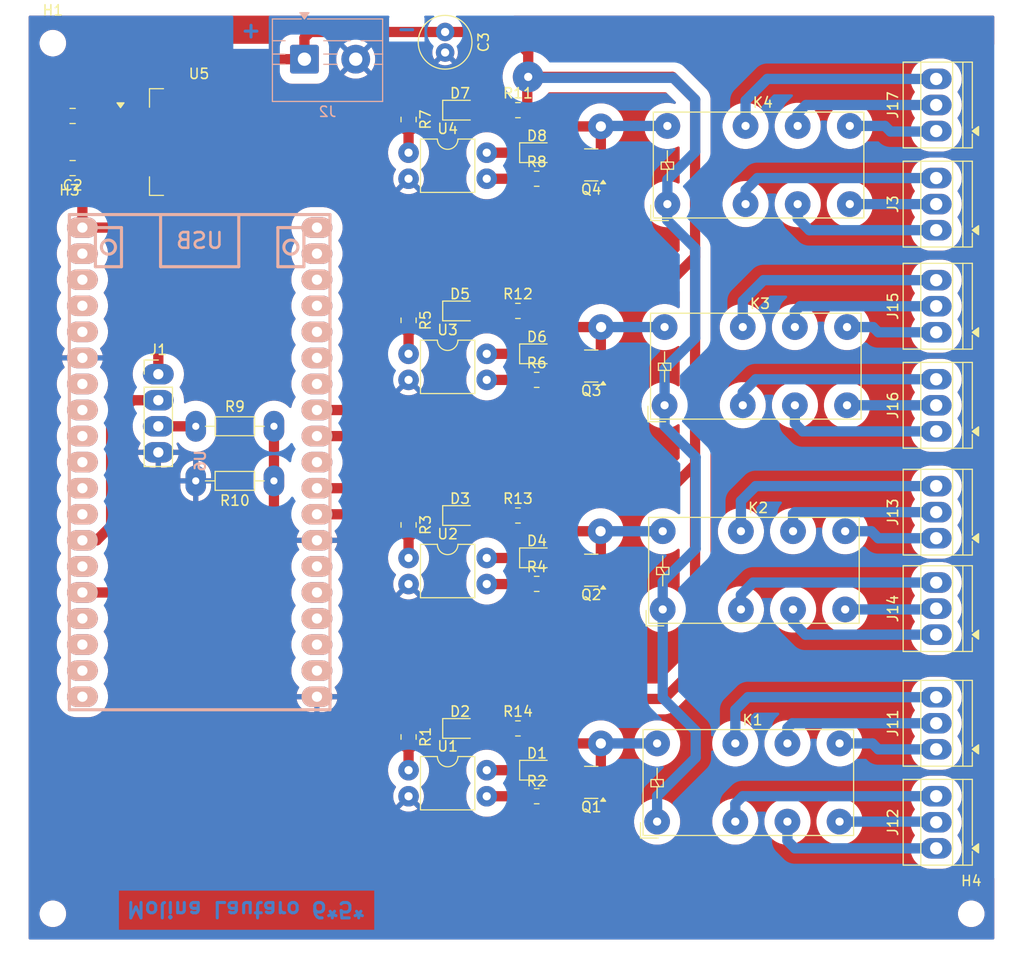
<source format=kicad_pcb>
(kicad_pcb (version 20241229) (generator "pcbnew") (generator_version "9.0")
  (layers (0 "F.Cu" signal) (2 "B.Cu" signal) (13 "F.Paste" user) (15 "B.Paste" user) (5 "F.SilkS" user "F.Silkscreen") (7 "B.SilkS" user "B.Silkscreen") (1 "F.Mask" user) (3 "B.Mask" user) (25 "Edge.Cuts" user))
  (net 0 "")
  (net 1 "Net-(D1-A)")
  (net 2 "Net-(D2-A)")
  (net 3 "GND")
  (net 4 "Net-(D3-A)")
  (net 5 "Net-(D4-A)")
  (net 6 "Net-(D5-A)")
  (net 7 "Net-(D6-A)")
  (net 8 "Net-(D7-A)")
  (net 9 "Net-(D8-A)")
  (net 10 "Net-(Q1-B)")
  (net 11 "Net-(Q2-B)")
  (net 12 "Net-(Q3-B)")
  (net 13 "Net-(Q4-B)")
  (net 14 "Net-(R1-Pad2)")
  (net 15 "Net-(R2-Pad1)")
  (net 16 "Net-(R3-Pad2)")
  (net 17 "Net-(R4-Pad1)")
  (net 18 "Net-(R5-Pad2)")
  (net 19 "Net-(R6-Pad1)")
  (net 20 "Net-(R7-Pad2)")
  (net 21 "Net-(R8-Pad1)")
  (net 22 "+5V")
  (net 23 "+12V")
  (net 24 "NC-1-11")
  (net 25 "NO-2-12")
  (net 26 "NC-2-13")
  (net 27 "CO-2-13")
  (net 28 "NO-2-13")
  (net 29 "NC-1-14")
  (net 30 "NO-1-14")
  (net 31 "CO-1-14")
  (net 32 "NC-2-15")
  (net 33 "CO-2-15")
  (net 34 "NO-2-15")
  (net 35 "NC-1-16")
  (net 36 "NO-1-16")
  (net 37 "CO-1-16")
  (net 38 "NO-2-17")
  (net 39 "NC-2-17")
  (net 40 "CO-2-17")
  (net 41 "NO-1-18")
  (net 42 "CO-1-18")
  (net 43 "NC-1-18")
  (net 44 "NC-2-12")
  (net 45 "CO-2-12")
  (net 46 "DATO K1")
  (net 47 "DATO K2")
  (net 48 "DATO K3")
  (net 49 "DATO K4")
  (net 77 "NO-1-11")
  (net 78 "CO-1-11")
  (net 79 "trig")
  (net 80 "echo")
  (net 81 "D echo")
  (footprint "TerminalBlock:TerminalBlock_Xinya_XY308-2.54-3P_1x03_P2.54mm_Horizontal" (layer "F.Cu") (at 119.18125 165.613 90)
    (property "Reference" "J11")
    (property "Value" "Screw_Terminal_01x03")
  )
  (footprint "Relay_THT:Relay_DPDT_Finder_30.22" (layer "F.Cu") (at 92.5285 151.9775)
    (property "Reference" "K2")
    (property "Value" "HK19F-DCxxV-SHC")
  )
  (footprint "TerminalBlock:TerminalBlock_Xinya_XY308-2.54-3P_1x03_P2.54mm_Horizontal" (layer "F.Cu") (at 119.18125 145.039 90)
    (property "Reference" "J13")
    (property "Value" "Screw_Terminal_01x03")
  )
  (footprint "TerminalBlock:TerminalBlock_Xinya_XY308-2.54-3P_1x03_P2.54mm_Horizontal" (layer "F.Cu") (at 119.18125 154.437 90)
    (property "Reference" "J14")
    (property "Value" "Screw_Terminal_01x03")
  )
  (footprint "Package_TO_SOT_SMD:TO-263-3_TabPin2" (layer "F.Cu") (at 47.335 106.426)
    (property "Reference" "U5")
    (property "Value" "L7805")
  )
  (footprint "Diode_SMD:D_0805_2012Metric" (layer "F.Cu") (at 80.2675 107.465)
    (property "Reference" "D8")
    (property "Value" "D")
  )
  (footprint "Package_DIP:DIP-4_W7.62mm" (layer "F.Cu") (at 67.75875 146.965)
    (property "Reference" "U2")
    (property "Value" "EL817")
  )
  (footprint "Package_TO_SOT_SMD:SOT-23" (layer "F.Cu") (at 85.56125 148.1525 180)
    (property "Reference" "Q2")
    (property "Value" "BF457")
  )
  (footprint "TerminalBlock:TerminalBlock_Xinya_XY308-2.54-3P_1x03_P2.54mm_Horizontal" (layer "F.Cu") (at 119.18125 115.0175 90)
    (property "Reference" "J3")
    (property "Value" "Screw_Terminal_01x03")
  )
  (footprint "Relay_THT:Relay_DPDT_Finder_30.22" (layer "F.Cu") (at 92.98125 112.4775)
    (property "Reference" "K4")
    (property "Value" "HK19F-DCxxV-SHC")
  )
  (footprint "TerminalBlock:TerminalBlock_Xinya_XY308-2.54-3P_1x03_P2.54mm_Horizontal" (layer "F.Cu") (at 119.18125 124.968 90)
    (property "Reference" "J15")
    (property "Value" "Screw_Terminal_01x03")
  )
  (footprint "Capacitor_THT:C_Radial_D5.0mm_H5.0mm_P2.00mm" (layer "F.Cu") (at 71.32 95.7015 -90)
    (property "Reference" "C3")
    (property "Value" "0.1")
  )
  (footprint "TerminalBlock:TerminalBlock_Xinya_XY308-2.54-3P_1x03_P2.54mm_Horizontal" (layer "F.Cu") (at 119.18125 134.625 90)
    (property "Reference" "J16")
    (property "Value" "Screw_Terminal_01x03")
  )
  (footprint "TerminalBlock:TerminalBlock_Xinya_XY308-2.54-3P_1x03_P2.54mm_Horizontal" (layer "F.Cu") (at 119.18125 175.26 90)
    (property "Reference" "J12")
    (property "Value" "Screw_Terminal_01x03")
  )
  (footprint "Capacitor_SMD:C_0805_2012Metric" (layer "F.Cu") (at 35.02 108.966 180)
    (property "Reference" "C2")
    (property "Value" "0.1")
  )
  (footprint "LED_SMD:LED_0805_2012Metric" (layer "F.Cu") (at 72.771 103.32)
    (property "Reference" "D7")
    (property "Value" "LED")
  )
  (footprint "LED_SMD:LED_0805_2012Metric" (layer "F.Cu") (at 72.771 142.8275)
    (property "Reference" "D3")
    (property "Value" "LED")
  )
  (footprint "Resistor_SMD:R_0805_2012Metric" (layer "F.Cu") (at 80.2475 110.005)
    (property "Reference" "R8")
    (property "Value" "510")
  )
  (footprint "MountingHole:MountingHole_2.1mm" (layer "F.Cu") (at 122.6 181.64)
    (property "Reference" "H4")
    (property "Value" "MountingHole")
  )
  (footprint "Diode_SMD:D_0805_2012Metric" (layer "F.Cu") (at 80.2675 127.0675)
    (property "Reference" "D6")
    (property "Value" "D")
  )
  (footprint "Resistor_SMD:R_0805_2012Metric" (layer "F.Cu") (at 80.2475 149.49)
    (property "Reference" "R4")
    (property "Value" "510")
  )
  (footprint "Package_TO_SOT_SMD:SOT-23" (layer "F.Cu") (at 85.56125 108.6525 180)
    (property "Reference" "Q4")
    (property "Value" "BF457")
  )
  (footprint "Package_DIP:DIP-4_W7.62mm" (layer "F.Cu") (at 67.75875 127.0675)
    (property "Reference" "U3")
    (property "Value" "EL817")
  )
  (footprint "LED_SMD:LED_0805_2012Metric" (layer "F.Cu") (at 72.771 163.576)
    (property "Reference" "D2")
    (property "Value" "LED")
  )
  (footprint "Resistor_SMD:R_0805_2012Metric" (layer "F.Cu") (at 67.75875 123.8 -90)
    (property "Reference" "R5")
    (property "Value" "100")
  )
  (footprint "Resistor_THT:R_Axial_DIN0204_L3.6mm_D1.6mm_P7.62mm_Horizontal" (layer "F.Cu") (at 54.638 139.45 180)
    (property "Reference" "R10")
    (property "Value" "2k")
  )
  (footprint "Relay_THT:Relay_DPDT_Finder_30.22" (layer "F.Cu") (at 92.71 132.08)
    (property "Reference" "K3")
    (property "Value" "HK19F-DCxxV-SHC")
  )
  (footprint "TerminalBlock:TerminalBlock_Xinya_XY308-2.54-3P_1x03_P2.54mm_Horizontal" (layer "F.Cu") (at 119.18125 105.3575 90)
    (property "Reference" "J17")
    (property "Value" "Screw_Terminal_01x03" (hide yes))
  )
  (footprint "Resistor_SMD:R_0805_2012Metric" (layer "F.Cu") (at 78.4175 103.32)
    (property "Reference" "R11")
    (property "Value" "1k")
  )
  (footprint "Resistor_SMD:R_0805_2012Metric" (layer "F.Cu") (at 67.75875 104.2325 -90)
    (property "Reference" "R7")
    (property "Value" "100")
  )
  (footprint "Resistor_SMD:R_0805_2012Metric" (layer "F.Cu") (at 78.4175 163.576)
    (property "Reference" "R14")
    (property "Value" "1k")
  )
  (footprint "Resistor_SMD:R_0805_2012Metric" (layer "F.Cu") (at 67.75875 143.74 -90)
    (property "Reference" "R3")
    (property "Value" "100")
  )
  (footprint "LED_SMD:LED_0805_2012Metric" (layer "F.Cu") (at 72.771 122.8875)
    (property "Reference" "D5")
    (property "Value" "LED")
  )
  (footprint "Capacitor_SMD:C_0805_2012Metric" (layer "F.Cu") (at 35.02 103.886 180)
    (property "Reference" "C1" (hide yes))
    (property "Value" "0.33")
  )
  (footprint "Package_TO_SOT_SMD:SOT-23" (layer "F.Cu") (at 85.56125 128.255 180)
    (property "Reference" "Q3")
    (property "Value" "BF457")
  )
  (footprint "Resistor_SMD:R_0805_2012Metric" (layer "F.Cu") (at 80.2475 129.6075)
    (property "Reference" "R6")
    (property "Value" "510")
  )
  (footprint "Resistor_SMD:R_0805_2012Metric" (layer "F.Cu") (at 78.4175 142.8275)
    (property "Reference" "R13")
    (property "Value" "1k")
  )
  (footprint "Diode_SMD:D_0805_2012Metric" (layer "F.Cu") (at 80.2675 146.95)
    (property "Reference" "D4")
    (property "Value" "D")
  )
  (footprint "Resistor_SMD:R_0805_2012Metric" (layer "F.Cu") (at 78.4175 122.8875)
    (property "Reference" "R12")
    (property "Value" "1k")
  )
  (footprint "Resistor_SMD:R_0805_2012Metric" (layer "F.Cu") (at 80.2475 170.185)
    (property "Reference" "R2")
    (property "Value" "510")
  )
  (footprint "Connector_PinHeader_2.54mm:PinHeader_1x04_P2.54mm_Vertical" (layer "F.Cu") (at 43.37 129.05)
    (property "Reference" "J1")
    (property "Value" "Conn_01x04_Pin")
  )
  (footprint "Resistor_THT:R_Axial_DIN0204_L3.6mm_D1.6mm_P7.62mm_Horizontal" (layer "F.Cu") (at 47.02 134.13)
    (property "Reference" "R9")
    (property "Value" "1k")
  )
  (footprint "Relay_THT:Relay_DPDT_Finder_30.22" (layer "F.Cu") (at 91.98125 172.6575)
    (property "Reference" "K1")
    (property "Value" "HK19F-DCxxV-SHC")
  )
  (footprint "Diode_SMD:D_0805_2012Metric" (layer "F.Cu") (at 80.2675 167.645)
    (property "Reference" "D1")
    (property "Value" "D")
  )
  (footprint "MountingHole:MountingHole_2.1mm" (layer "F.Cu") (at 33.09 96.79)
    (property "Reference" "H1")
    (property "Value" "MountingHole")
  )
  (footprint "Package_DIP:DIP-4_W7.62mm" (layer "F.Cu") (at 67.75875 107.465)
    (property "Reference" "U4")
    (property "Value" "EL817" (hide yes))
  )
  (footprint "MountingHole:MountingHole_2.1mm" (layer "F.Cu") (at 33.09 181.64)
    (property "Reference" "H3")
    (property "Value" "MountingHole")
  )
  (footprint "Package_TO_SOT_SMD:SOT-23" (layer "F.Cu") (at 85.56125 168.8325 180)
    (property "Reference" "Q1")
    (property "Value" "BF457")
  )
  (footprint "Package_DIP:DIP-4_W7.62mm" (layer "F.Cu") (at 67.75875 167.645)
    (property "Reference" "U1")
    (property "Value" "EL817")
  )
  (footprint "Resistor_SMD:R_0805_2012Metric" (layer "F.Cu") (at 67.75875 164.41 -90)
    (property "Reference" "R1")
    (property "Value" "100")
  )
  (footprint "EESTN5:ESP32S" (layer "B.Cu") (at 47.4 137.625 90)
    (property "Reference" "U6")
    (property "Value" "ESP32_DEVKITC" (hide yes))
  )
  (footprint "TerminalBlock:TerminalBlock_MaiXu_MX126-5.0-02P_1x02_P5.00mm" (layer "B.Cu") (at 57.61 98.3525)
    (property "Reference" "J2")
    (property "Value" "Screw_Terminal_01x02")
  )
  (gr_text "no,nc,co" (at 124.5 127 90) (layer "F.Cu") (effects (font (size 1.5 1.5) (thickness 0.3) (bold yes)) (justify left bottom)))
  (gr_text "no,nc,co" (at 124.5 168 90) (layer "F.Cu") (effects (font (size 1.5 1.5) (thickness 0.3) (bold yes)) (justify left bottom)))
  (gr_text "no,nc,co" (at 124.5 107.5 90) (layer "F.Cu") (effects (font (size 1.5 1.5) (thickness 0.3) (bold yes)) (justify left bottom)))
  (gr_text "nc,no,co" (at 124.5 137 90) (layer "F.Cu") (effects (font (size 1.5 1.5) (thickness 0.3) (bold yes)) (justify left bottom)))
  (gr_text "nc,no,co" (at 124.5 117.5 90) (layer "F.Cu") (effects (font (size 1.5 1.5) (thickness 0.3) (bold yes)) (justify left bottom)))
  (gr_text "no,nc,co" (at 124.5 147.5 90) (layer "F.Cu") (effects (font (size 1.5 1.5) (thickness 0.3) (bold yes)) (justify left bottom)))
  (gr_text "nc,no,co" (at 124.5 177.5 90) (layer "F.Cu") (effects (font (size 1.5 1.5) (thickness 0.3) (bold yes)) (justify left bottom)))
  (gr_text "nc,no,co" (at 124.5 157.5 90) (layer "F.Cu") (effects (font (size 1.5 1.5) (thickness 0.3) (bold yes)) (justify left bottom)))
  (gr_text "+" (at 51.28 96.39 0) (layer "B.Cu") (effects (font (size 1.5 1.5) (thickness 0.3) (bold yes)) (justify left bottom)))
  (gr_text "Molina Lautaro 6*5*" (at 40.132 180.34 180) (layer "B.Cu") (effects (font (size 1.5 1.5) (thickness 0.3) (bold yes)) (justify left bottom mirror)))
  (gr_text "-\n" (at 66.46 96.25 0) (layer "B.Cu") (effects (font (size 1.5 1.5) (thickness 0.3) (bold yes)) (justify left bottom)))
  (segment (start 81.205 166.385) (end 81.205 167.645) (width 1) (layer "F.Cu") (net 1))
  (segment (start 86.49875 167.8825) (end 86.49875 165.095) (width 1) (layer "F.Cu") (net 1))
  (segment (start 86.49875 165.0375) (end 82.5525 165.0375) (width 1) (layer "F.Cu") (net 1))
  (segment (start 82.5525 165.0375) (end 81.205 166.385) (width 1) (layer "F.Cu") (net 1))
  (segment (start 91.92375 165.095) (end 91.98125 165.0375) (width 0.2) (layer "F.Cu") (net 1))
  (segment (start 86.11875 165.1575) (end 86.18125 165.095) (width 0.2) (layer "F.Cu") (net 1))
  (via (at 86.49875 165.0375) (size 2.5) (drill 1) (layers "F.Cu" "B.Cu") (net 1))
  (segment (start 86.49875 165.095) (end 88.9 165.095) (width 0.2) (layer "B.Cu") (net 1))
  (segment (start 86.55625 165.0375) (end 86.49875 165.095) (width 1) (layer "B.Cu") (net 1))
  (segment (start 91.98125 165.0375) (end 86.55625 165.0375) (width 1) (layer "B.Cu") (net 1))
  (segment (start 73.7085 163.576) (end 77.505 163.576) (width 1) (layer "F.Cu") (net 2))
  (segment (start 67.818 110.0775) (end 67.823 110.0825) (width 0.2) (layer "F.Cu") (net 3))
  (segment (start 73.7085 142.8275) (end 77.505 142.8275) (width 1) (layer "F.Cu") (net 4))
  (segment (start 81.205 145.415) (end 81.205 146.95) (width 1) (layer "F.Cu") (net 5))
  (segment (start 86.49875 144.38625) (end 86.49875 147.2025) (width 1) (layer "F.Cu") (net 5))
  (segment (start 86.47 144.3575) (end 86.49875 144.38625) (width 1) (layer "F.Cu") (net 5))
  (segment (start 86.47 144.3575) (end 82.2625 144.3575) (width 1) (layer "F.Cu") (net 5))
  (segment (start 82.2625 144.3575) (end 81.205 145.415) (width 1) (layer "F.Cu") (net 5))
  (via (at 86.47 144.3575) (size 2.5) (drill 1) (layers "F.Cu" "B.Cu") (net 5))
  (segment (start 92.5285 144.3575) (end 86.47 144.3575) (width 1) (layer "B.Cu") (net 5))
  (segment (start 77.505 122.8875) (end 73.7085 122.8875) (width 1) (layer "F.Cu") (net 6))
  (segment (start 86.52 124.46) (end 82.38 124.46) (width 1) (layer "F.Cu") (net 7))
  (segment (start 86.49875 124.48125) (end 86.49875 127.305) (width 1) (layer "F.Cu") (net 7))
  (segment (start 81.205 125.635) (end 81.205 127.0675) (width 1) (layer "F.Cu") (net 7))
  (segment (start 82.38 124.46) (end 81.205 125.635) (width 1) (layer "F.Cu") (net 7))
  (segment (start 86.52 124.46) (end 86.49875 124.48125) (width 1) (layer "F.Cu") (net 7))
  (via (at 86.52 124.46) (size 2.5) (drill 1) (layers "F.Cu" "B.Cu") (net 7))
  (segment (start 92.71 124.46) (end 86.52 124.46) (width 1) (layer "B.Cu") (net 7))
  (segment (start 77.505 103.32) (end 73.7085 103.32) (width 1) (layer "F.Cu") (net 8))
  (segment (start 82.598 104.902) (end 81.205 106.295) (width 1) (layer "F.Cu") (net 9))
  (segment (start 86.5 104.902) (end 82.598 104.902) (width 1) (layer "F.Cu") (net 9))
  (segment (start 86.49875 104.90325) (end 86.49875 107.7025) (width 1) (layer "F.Cu") (net 9))
  (segment (start 86.5 104.902) (end 86.49875 104.90325) (width 1) (layer "F.Cu") (net 9))
  (segment (start 81.205 106.295) (end 81.205 107.465) (width 1) (layer "F.Cu") (net 9))
  (via (at 86.5 104.902) (size 2.5) (drill 1) (layers "F.Cu" "B.Cu") (net 9))
  (segment (start 86.5445 104.8575) (end 86.5 104.902) (width 0.2) (layer "B.Cu") (net 9))
  (segment (start 89.7065 104.8575) (end 86.5445 104.8575) (width 1) (layer "B.Cu") (net 9))
  (segment (start 92.98125 104.8575) (end 89.7065 104.8575) (width 1) (layer "B.Cu") (net 9))
  (segment (start 89.7065 104.8575) (end 89.662 104.902) (width 0.2) (layer "B.Cu") (net 9))
  (segment (start 84.62375 168.8325) (end 83.7475 168.8325) (width 1) (layer "F.Cu") (net 10))
  (segment (start 82.395 170.185) (end 81.16 170.185) (width 1) (layer "F.Cu") (net 10))
  (segment (start 83.7475 168.8325) (end 82.395 170.185) (width 1) (layer "F.Cu") (net 10))
  (segment (start 81.16 149.49) (end 82.14 149.49) (width 1) (layer "F.Cu") (net 11))
  (segment (start 82.14 149.49) (end 83.4775 148.1525) (width 1) (layer "F.Cu") (net 11))
  (segment (start 83.4775 148.1525) (end 84.62375 148.1525) (width 1) (layer "F.Cu") (net 11))
  (segment (start 84.62375 128.255) (end 83.535 128.255) (width 1) (layer "F.Cu") (net 12))
  (segment (start 82.1825 129.6075) (end 81.16 129.6075) (width 1) (layer "F.Cu") (net 12))
  (segment (start 83.535 128.255) (end 82.1825 129.6075) (width 1) (layer "F.Cu") (net 12))
  (segment (start 82.125 110.005) (end 83.4775 108.6525) (width 1) (layer "F.Cu") (net 13))
  (segment (start 83.4775 108.6525) (end 84.62375 108.6525) (width 1) (layer "F.Cu") (net 13))
  (segment (start 81.16 110.005) (end 82.125 110.005) (width 1) (layer "F.Cu") (net 13))
  (segment (start 67.75875 167.645) (end 67.75875 165.3225) (width 1) (layer "F.Cu") (net 14))
  (segment (start 75.37875 170.185) (end 79.335 170.185) (width 1) (layer "F.Cu") (net 15))
  (segment (start 67.75875 146.965) (end 67.75875 144.6525) (width 1) (layer "F.Cu") (net 16))
  (segment (start 75.81375 149.505) (end 79.32 149.505) (width 1) (layer "F.Cu") (net 17))
  (segment (start 79.32 149.505) (end 79.335 149.49) (width 1) (layer "F.Cu") (net 17))
  (segment (start 67.75875 127.0675) (end 67.75875 124.7125) (width 1) (layer "F.Cu") (net 18))
  (segment (start 75.06375 129.505) (end 75.37875 129.82) (width 0.2) (layer "F.Cu") (net 19))
  (segment (start 75.37875 129.6075) (end 79.335 129.6075) (width 1) (layer "F.Cu") (net 19))
  (segment (start 67.75875 107.465) (end 67.75875 105.145) (width 1) (layer "F.Cu") (net 20))
  (segment (start 75.37875 110.005) (end 79.335 110.005) (width 1) (layer "F.Cu") (net 21))
  (segment (start 75.443 110.0825) (end 75.438 110.0775) (width 1) (layer "F.Cu") (net 21))
  (segment (start 43.37 117.95) (end 43.37 129.05) (width 1) (layer "F.Cu") (net 22))
  (segment (start 40.131 114.711) (end 40.077 114.765) (width 1) (layer "F.Cu") (net 22))
  (segment (start 40.131 114.711) (end 43.37 117.95) (width 1) (layer "F.Cu") (net 22))
  (segment (start 39.685 108.966) (end 35.97 108.966) (width 1) (layer "F.Cu") (net 22))
  (segment (start 35.97 114.765) (end 35.97 108.966) (width 1) (layer "F.Cu") (net 22))
  (segment (start 40.077 114.765) (end 35.97 114.765) (width 1) (layer "F.Cu") (net 22))
  (segment (start 79.33 140.761) (end 80.391 139.7) (width 1) (layer "F.Cu") (net 23))
  (segment (start 39.685 99.465) (end 39.685 103.886) (width 1) (layer "F.Cu") (net 23))
  (segment (start 79.42 100.076) (end 79.42 97.73) (width 1) (layer "F.Cu") (net 23))
  (segment (start 57.61 98.3525) (end 40.7975 98.3525) (width 1) (layer "F.Cu") (net 23))
  (segment (start 95.68125 137.8575) (end 95.68125 157.67) (width 1) (layer "F.Cu") (net 23))
  (segment (start 79.33 120.822) (end 80.762 119.39) (width 1) (layer "F.Cu") (net 23))
  (segment (start 92.65125 160.7) (end 80.473 160.7) (width 1) (layer "F.Cu") (net 23))
  (segment (start 79.33 100.166) (end 79.42 100.076) (width 1) (layer "F.Cu") (net 23))
  (segment (start 39.685 103.886) (end 35.97 103.886) (width 1) (layer "F.Cu") (net 23))
  (segment (start 80.473 160.7) (end 79.33 161.843) (width 1) (layer "F.Cu") (net 23))
  (segment (start 40.7975 98.3525) (end 39.685 99.465) (width 1) (layer "F.Cu") (net 23))
  (segment (start 79.42 97.73) (end 77.3915 95.7015) (width 1) (layer "F.Cu") (net 23))
  (segment (start 75.81375 146.965) (end 79.315 146.965) (width 1) (layer "F.Cu") (net 23))
  (segment (start 95.68125 102.28525) (end 93.472 100.076) (width 1) (layer "F.Cu") (net 23))
  (segment (start 93.472 100.076) (end 79.42 100.076) (width 1) (layer "F.Cu") (net 23))
  (segment (start 58.1785 95.7015) (end 57.61 96.27) (width 1) (layer "F.Cu") (net 23))
  (segment (start 95.68125 116.76) (end 95.68125 102.28525) (width 1) (layer "F.Cu") (net 23))
  (segment (start 93.83875 139.7) (end 95.68125 137.8575) (width 1) (layer "F.Cu") (net 23))
  (segment (start 79.33 107.465) (end 79.33 100.166) (width 1) (layer "F.Cu") (net 23))
  (segment (start 93.91 119.39) (end 95.68125 117.61875) (width 1) (layer "F.Cu") (net 23))
  (segment (start 79.33 161.843) (end 79.33 167.645) (width 1) (layer "F.Cu") (net 23))
  (segment (start 79.33 127.0675) (end 79.33 120.822) (width 1) (layer "F.Cu") (net 23))
  (segment (start 57.61 96.27) (end 57.61 98.3525) (width 1) (layer "F.Cu") (net 23))
  (segment (start 77.3915 95.7015) (end 58.1785 95.7015) (width 1) (layer "F.Cu") (net 23))
  (segment (start 79.315 146.965) (end 79.33 146.95) (width 1) (layer "F.Cu") (net 23))
  (segment (start 95.68125 157.67) (end 92.65125 160.7) (width 1) (layer "F.Cu") (net 23))
  (segment (start 95.68125 137.8575) (end 95.68125 116.76) (width 1) (layer "F.Cu") (net 23))
  (segment (start 80.762 119.39) (end 93.91 119.39) (width 1) (layer "F.Cu") (net 23))
  (segment (start 79.33 146.95) (end 79.33 140.761) (width 1) (layer "F.Cu") (net 23))
  (segment (start 79.33 167.645) (end 75.37875 167.645) (width 1) (layer "F.Cu") (net 23))
  (segment (start 79.33 127.0675) (end 75.37875 127.0675) (width 1) (layer "F.Cu") (net 23))
  (segment (start 80.391 139.7) (end 93.83875 139.7) (width 1) (layer "F.Cu") (net 23))
  (segment (start 75.37875 107.465) (end 79.33 107.465) (width 1) (layer "F.Cu") (net 23))
  (segment (start 95.68125 117.61875) (end 95.68125 116.76) (width 1) (layer "F.Cu") (net 23))
  (via (at 79.42 100.076) (size 3) (drill 0.8) (layers "F.Cu" "B.Cu") (net 23))
  (segment (start 92.5285 149.2795) (end 92.5285 151.9775) (width 1) (layer "B.Cu") (net 23))
  (segment (start 95.69 107.383) (end 92.98125 110.09175) (width 1) (layer "B.Cu") (net 23))
  (segment (start 92.5285 151.9775) (end 92.5285 160.6005) (width 1) (layer "B.Cu") (net 23))
  (segment (start 79.42 100.076) (end 79.514 100.17) (width 1) (layer "B.Cu") (net 23))
  (segment (start 92.71 128.524) (end 92.71 132.08) (width 1) (layer "B.Cu") (net 23))
  (segment (start 95.69 125.544) (end 92.71 128.524) (width 1) (layer "B.Cu") (net 23))
  (segment (start 92.98125 110.09175) (end 92.98125 112.4775) (width 1) (layer "B.Cu") (net 23))
  (segment (start 92.71 134.112) (end 95.74 137.142) (width 1) (layer "B.Cu") (net 23))
  (segment (start 92.964 114.046) (end 95.69 116.772) (width 1) (layer "B.Cu") (net 23))
  (segment (start 92.98125 112.4775) (end 92.964 112.49475) (width 1) (layer "B.Cu") (net 23))
  (segment (start 95.69 116.772) (end 95.69 125.544) (width 1) (layer "B.Cu") (net 23))
  (segment (start 95.69 102.294) (end 95.69 107.383) (width 1) (layer "B.Cu") (net 23))
  (segment (start 95.74 166.42125) (end 91.98125 170.18) (width 1) (layer "B.Cu") (net 23))
  (segment (start 95.74 137.142) (end 95.74 146.068) (width 1) (layer "B.Cu") (net 23))
  (segment (start 92.964 112.49475) (end 92.964 114.046) (width 1) (layer "B.Cu") (net 23))
  (segment (start 95.74 146.068) (end 92.5285 149.2795) (width 1) (layer "B.Cu") (net 23))
  (segment (start 92.5285 160.6005) (end 95.74 163.812) (width 1) (layer "B.Cu") (net 23))
  (segment (start 79.514 100.17) (end 93.566 100.17) (width 1) (layer "B.Cu") (net 23))
  (segment (start 93.566 100.17) (end 95.69 102.294) (width 1) (layer "B.Cu") (net 23))
  (segment (start 91.98125 170.18) (end 91.98125 172.6575) (width 1) (layer "B.Cu") (net 23))
  (segment (start 95.74 163.812) (end 95.74 166.42125) (width 1) (layer "B.Cu") (net 23))
  (segment (start 92.71 132.08) (end 92.71 134.112) (width 1) (layer "B.Cu") (net 23))
  (segment (start 104.68125 174.53125) (end 105.41 175.26) (width 1) (layer "B.Cu") (net 24))
  (segment (start 104.68125 172.6575) (end 104.68125 174.53125) (width 1) (layer "B.Cu") (net 24))
  (segment (start 105.41 175.26) (end 119.126 175.26) (width 1) (layer "B.Cu") (net 24))
  (segment (start 113.543 165.613) (end 119.0975 165.613) (width 1) (layer "B.Cu") (net 25))
  (segment (start 112.9675 165.0375) (end 113.543 165.613) (width 1) (layer "B.Cu") (net 25))
  (segment (start 109.76125 165.0375) (end 112.9675 165.0375) (width 1) (layer "B.Cu") (net 25))
  (segment (start 105.2285 142.6755) (end 105.41 142.494) (width 1) (layer "B.Cu") (net 26))
  (segment (start 105.41 142.494) (end 105.415 142.499) (width 0.2) (layer "B.Cu") (net 26))
  (segment (start 105.2285 144.3575) (end 105.2285 142.6755) (width 1) (layer "B.Cu") (net 26))
  (segment (start 105.415 142.499) (end 119.0975 142.499) (width 1) (layer "B.Cu") (net 26))
  (segment (start 100.1485 144.3575) (end 100.1485 141.4055) (width 1) (layer "B.Cu") (net 27))
  (segment (start 101.595 139.959) (end 119.0975 139.959) (width 1) (layer "B.Cu") (net 27))
  (segment (start 100.1485 141.4055) (end 101.595 139.959) (width 1) (layer "B.Cu") (net 27))
  (segment (start 110.3085 144.3575) (end 112.8615 144.3575) (width 1) (layer "B.Cu") (net 28))
  (segment (start 113.543 145.039) (end 119.0975 145.039) (width 1) (layer "B.Cu") (net 28))
  (segment (start 112.8615 144.3575) (end 113.543 145.039) (width 1) (layer "B.Cu") (net 28))
  (segment (start 106.431 154.437) (end 119.0975 154.437) (width 1) (layer "B.Cu") (net 29))
  (segment (start 105.2285 153.2345) (end 106.431 154.437) (width 1) (layer "B.Cu") (net 29))
  (segment (start 105.2285 151.9775) (end 105.2285 153.2345) (width 1) (layer "B.Cu") (net 29))
  (segment (start 119.017 151.9775) (end 119.0975 151.897) (width 0.2) (layer "B.Cu") (net 30))
  (segment (start 110.3085 151.9775) (end 119.017 151.9775) (width 1) (layer "B.Cu") (net 30))
  (segment (start 100.1485 151.9775) (end 100.1485 150.5495) (width 1) (layer "B.Cu") (net 31))
  (segment (start 101.341 149.357) (end 119.0975 149.357) (width 1) (layer "B.Cu") (net 31))
  (segment (start 100.1485 150.5495) (end 101.341 149.357) (width 1) (layer "B.Cu") (net 31))
  (segment (start 105.918 122.428) (end 119.0975 122.428) (width 1) (layer "B.Cu") (net 32))
  (segment (start 105.41 122.936) (end 105.918 122.428) (width 1) (layer "B.Cu") (net 32))
  (segment (start 105.41 124.46) (end 105.41 122.936) (width 1) (layer "B.Cu") (net 32))
  (segment (start 100.33 121.92) (end 102.362 119.888) (width 1) (layer "B.Cu") (net 33))
  (segment (start 100.33 124.46) (end 100.33 121.92) (width 1) (layer "B.Cu") (net 33))
  (segment (start 102.362 119.888) (end 119.0975 119.888) (width 1) (layer "B.Cu") (net 33))
  (segment (start 110.49 124.46) (end 113.03 124.46) (width 1) (layer "B.Cu") (net 34))
  (segment (start 113.538 124.968) (end 119.0975 124.968) (width 1) (layer "B.Cu") (net 34))
  (segment (start 113.03 124.46) (end 113.538 124.968) (width 1) (layer "B.Cu") (net 34))
  (segment (start 105.41 133.858) (end 106.177 134.625) (width 1) (layer "B.Cu") (net 35))
  (segment (start 105.41 132.08) (end 105.41 133.858) (width 1) (layer "B.Cu") (net 35))
  (segment (start 106.177 134.625) (end 119.126 134.625) (width 1) (layer "B.Cu") (net 35))
  (segment (start 119.121 132.08) (end 119.126 132.085) (width 0.2) (layer "B.Cu") (net 36))
  (segment (start 110.49 132.08) (end 119.121 132.08) (width 1) (layer "B.Cu") (net 36))
  (segment (start 101.595 129.545) (end 119.126 129.545) (width 1) (layer "B.Cu") (net 37))
  (segment (start 100.33 132.08) (end 100.33 130.81) (width 1) (layer "B.Cu") (net 37))
  (segment (start 100.33 130.81) (end 101.595 129.545) (width 1) (layer "B.Cu") (net 37))
  (segment (start 118.89875 105.4025) (end 114.72625 105.4025) (width 1) (layer "B.Cu") (net 38))
  (segment (start 114.72625 105.4025) (end 114.18125 104.8575) (width 1) (layer "B.Cu") (net 38))
  (segment (start 114.18125 104.8575) (end 110.76125 104.8575) (width 1) (layer "B.Cu") (net 38))
  (segment (start 119.18125 102.8175) (end 106.4825 102.8175) (width 1) (layer "B.Cu") (net 39))
  (segment (start 105.68125 103.61875) (end 105.68125 104.8575) (width 1) (layer "B.Cu") (net 39))
  (segment (start 106.4825 102.8175) (end 105.68125 103.61875) (width 1) (layer "B.Cu") (net 39))
  (segment (start 102.7225 100.2775) (end 119.18125 100.2775) (width 1) (layer "B.Cu") (net 40))
  (segment (start 100.60125 104.8575) (end 100.60125 102.39875) (width 1) (layer "B.Cu") (net 40))
  (segment (start 100.60125 102.39875) (end 102.7225 100.2775) (width 1) (layer "B.Cu") (net 40))
  (segment (start 110.76125 112.4775) (end 119.5 112.4775) (width 1) (layer "B.Cu") (net 41))
  (segment (start 100.60125 112.4775) (end 100.60125 111.09875) (width 1) (layer "B.Cu") (net 42))
  (segment (start 100.60125 111.09875) (end 101.7625 109.9375) (width 1) (layer "B.Cu") (net 42))
  (segment (start 101.7625 109.9375) (end 119.5 109.9375) (width 1) (layer "B.Cu") (net 42))
  (segment (start 105.68125 113.88125) (end 105.68125 112.4775) (width 1) (layer "B.Cu") (net 43))
  (segment (start 106.8175 115.0175) (end 119.5 115.0175) (width 1) (layer "B.Cu") (net 43))
  (segment (start 106.8175 115.0175) (end 105.68125 113.88125) (width 1) (layer "B.Cu") (net 43))
  (segment (start 104.68125 163.54275) (end 105.156 163.068) (width 1) (layer "B.Cu") (net 44))
  (segment (start 105.156 163.068) (end 105.161 163.073) (width 0.2) (layer "B.Cu") (net 44))
  (segment (start 104.68125 165.0375) (end 104.68125 163.54275) (width 1) (layer "B.Cu") (net 44))
  (segment (start 105.161 163.073) (end 119.0975 163.073) (width 1) (layer "B.Cu") (net 44))
  (segment (start 100.843 160.533) (end 119.0975 160.533) (width 1) (layer "B.Cu") (net 45))
  (segment (start 99.60125 165.0375) (end 99.60125 161.76475) (width 1) (layer "B.Cu") (net 45))
  (segment (start 99.60125 161.76475) (end 100.838 160.528) (width 1) (layer "B.Cu") (net 45))
  (segment (start 100.838 160.528) (end 100.843 160.533) (width 0.2) (layer "B.Cu") (net 45))
  (segment (start 63.9075 157.5175) (end 63.9075 144.4255) (width 1) (layer "F.Cu") (net 46))
  (segment (start 62.187 142.705) (end 58.83 142.705) (width 1) (layer "F.Cu") (net 46))
  (segment (start 67.75875 163.4975) (end 67.75875 161.36875) (width 1) (layer "F.Cu") (net 46))
  (segment (start 67.75875 161.36875) (end 63.9075 157.5175) (width 1) (layer "F.Cu") (net 46))
  (segment (start 63.9075 144.4255) (end 62.187 142.705) (width 1) (layer "F.Cu") (net 46))
  (segment (start 67.75875 140.68875) (end 67.235 140.165) (width 1) (layer "F.Cu") (net 47))
  (segment (start 67.235 140.165) (end 58.83 140.165) (width 1) (layer "F.Cu") (net 47))
  (segment (start 67.75875 142.8275) (end 67.75875 140.68875) (width 1) (layer "F.Cu") (net 47))
  (segment (start 65.6925 122.8875) (end 65.01 123.57) (width 1) (layer "F.Cu") (net 48))
  (segment (start 62.273 135.085) (end 58.83 135.085) (width 1) (layer "F.Cu") (net 48))
  (segment (start 65.01 132.348) (end 62.273 135.085) (width 1) (layer "F.Cu") (net 48))
  (segment (start 65.01 123.57) (end 65.01 132.348) (width 1) (layer "F.Cu") (net 48))
  (segment (start 67.75875 122.8875) (end 65.6925 122.8875) (width 1) (layer "F.Cu") (net 48))
  (segment (start 67.75875 103.32) (end 65.62 103.32) (width 1) (layer "F.Cu") (net 49))
  (segment (start 63.17 131.711712) (end 62.336712 132.545) (width 1) (layer "F.Cu") (net 49))
  (segment (start 63.17 105.77) (end 63.17 131.711712) (width 1) (layer "F.Cu") (net 49))
  (segment (start 62.336712 132.545) (end 58.83 132.545) (width 1) (layer "F.Cu") (net 49))
  (segment (start 65.62 103.32) (end 63.17 105.77) (width 1) (layer "F.Cu") (net 49))
  (segment (start 109.76125 172.6575) (end 119.0635 172.6575) (width 1) (layer "B.Cu") (net 77))
  (segment (start 119.0635 172.6575) (end 119.126 172.72) (width 0.2) (layer "B.Cu") (net 77))
  (segment (start 100.33 170.18) (end 119.126 170.18) (width 1) (layer "B.Cu") (net 78))
  (segment (start 99.60125 170.90875) (end 100.33 170.18) (width 1) (layer "B.Cu") (net 78))
  (segment (start 99.60125 172.6575) (end 99.60125 170.90875) (width 1) (layer "B.Cu") (net 78))
  (segment (start 37.365 145.245) (end 35.97 145.245) (width 1) (layer "F.Cu") (net 79))
  (segment (start 38.77 133.69) (end 38.77 143.84) (width 1) (layer "F.Cu") (net 79))
  (segment (start 43.37 131.59) (end 40.87 131.59) (width 1) (layer "F.Cu") (net 79))
  (segment (start 38.77 143.84) (end 37.365 145.245) (width 1) (layer "F.Cu") (net 79))
  (segment (start 40.87 131.59) (end 38.77 133.69) (width 1) (layer "F.Cu") (net 79))
  (segment (start 47.02 134.13) (end 43.37 134.13) (width 1) (layer "F.Cu") (net 80))
  (segment (start 54.638 147.062) (end 51.375 150.325) (width 1) (layer "F.Cu") (net 81))
  (segment (start 54.638 139.45) (end 54.638 147.062) (width 1) (layer "F.Cu") (net 81))
  (segment (start 54.64 134.13) (end 54.64 139.448) (width 1) (layer "F.Cu") (net 81))
  (segment (start 54.64 139.448) (end 54.638 139.45) (width 1) (layer "F.Cu") (net 81))
  (segment (start 51.375 150.325) (end 35.97 150.325) (width 1) (layer "F.Cu") (net 81))
  (zone (net 3) (net_name "GND") (layers "F.Cu" "B.Cu") (connect_pads (clearance 1)) (min_thickness 0.25) (fill yes (thermal_gap 0.5) (thermal_bridge_width 0.5))
    (polygon (pts (xy 30.734 94.107) (xy 124.841 94.107) (xy 124.841 184.15) (xy 30.734 184.15)))
  )
)
</source>
